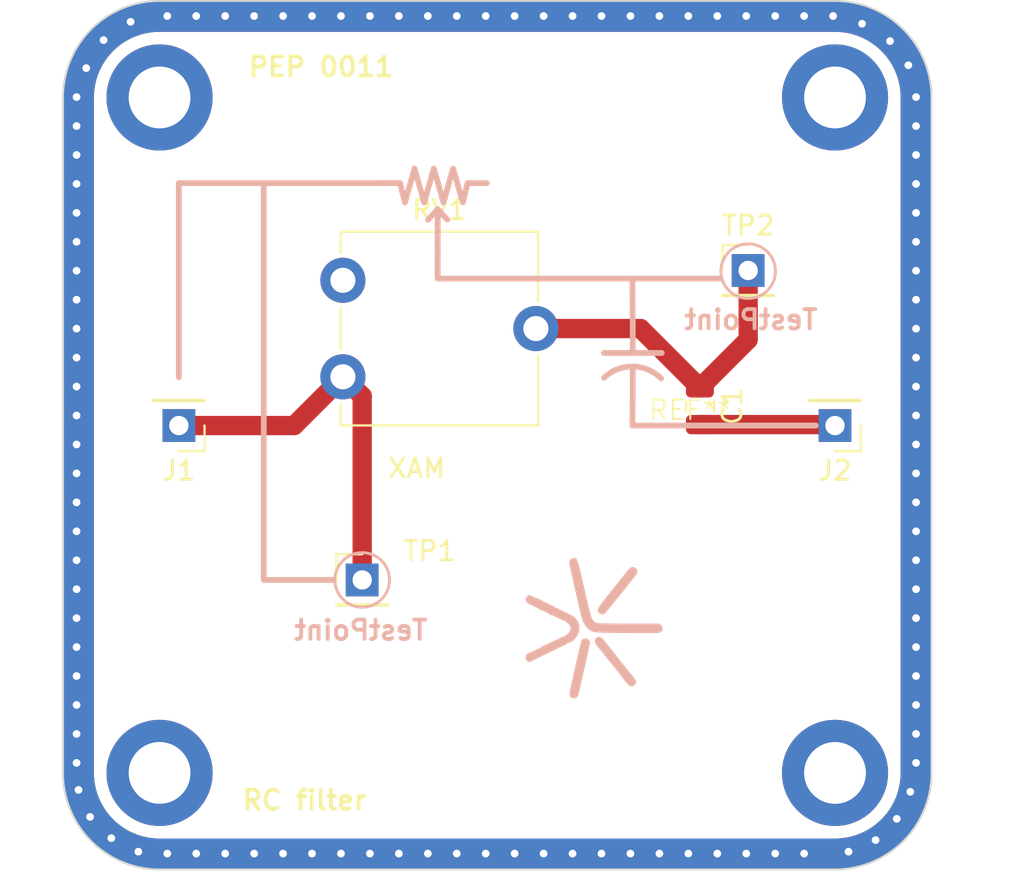
<source format=kicad_pcb>
(kicad_pcb (version 20241229) (generator "pcbnew") (generator_version "9.0")
  (layers (0 "F.Cu" signal) (2 "B.Cu" signal) (13 "F.Paste" user) (15 "B.Paste" user) (5 "F.SilkS" user "F.Silkscreen") (7 "B.SilkS" user "B.Silkscreen") (1 "F.Mask" user) (3 "B.Mask" user) (25 "Edge.Cuts" user))
  (net 0 "")
  (net 1 "Net-(C1-Pad1)")
  (net 3 "Resistor Side Connector")
  (net 4 "Capacitor Side Connector")
  (footprint "Connector_PinHeader_2.54mm:PinHeader_1x01_P2.54mm_Vertical" (layer "F.Cu") (at 115.5 130)
    (property "Reference" "TP1" (at 3.5 -1.5 0) (layer "F.SilkS"))
    (property "Value" "TestPoint")
    (fp_line (start -1.33 -1.33) (end 0 -1.33) (stroke (width 0.12)) (layer "F.SilkS"))
    (fp_line (start -1.33 0) (end -1.33 -1.33) (stroke (width 0.12)) (layer "F.SilkS"))
    (fp_line (start -1.33 1.27) (end -1.33 1.33) (stroke (width 0.12)) (layer "F.SilkS"))
    (fp_line (start -1.33 1.27) (end 1.33 1.27) (stroke (width 0.12)) (layer "F.SilkS"))
    (fp_line (start -1.33 1.33) (end 1.33 1.33) (stroke (width 0.12)) (layer "F.SilkS"))
    (fp_line (start 1.33 1.27) (end 1.33 1.33) (stroke (width 0.12)) (layer "F.SilkS"))
    (pad "1" thru_hole rect (at 0 0) (size 1.7 1.7) (drill 1) (layers "*.Cu" "*.Mask") (net 3 "Resistor Side Connector"))
  )
  (footprint "PEP_library:CP_silk_symbol" (layer "F.Cu") (at 129.5 118.7 90)
    (property "Reference" "REF**" (at -2.5 3 0) (layer "F.SilkS") (effects (font (thickness 0.1))))
    (property "Value" "CP_silk_symbol")
    (fp_line (start 0.46 -1.48) (end 0.46 1.52) (stroke (width 0.3)) (layer "B.SilkS"))
    (fp_line (start 0.56 0.02) (end 1.96 0.02) (stroke (width 0.3)) (layer "B.SilkS"))
    (fp_line (start -1.74 0.02) (end -0.24 0.02) (stroke (width 0.3)) (layer "B.SilkS"))
    (fp_arc (start -0.826408 -1.46833) (mid -0.239966 0.020001) (end -0.865297 1.492415) (stroke (width 0.3)) (layer "B.SilkS"))
  )
  (footprint "Connector_PinHeader_2.54mm:PinHeader_1x01_P2.54mm_Vertical" (layer "F.Cu") (at 140 122 180)
    (property "Reference" "J2" (at 0 -2.33 0) (layer "F.SilkS"))
    (property "Value" "Capacitor Side Connector")
    (fp_line (start 1.33 1.27) (end 1.33 1.33) (stroke (width 0.12)) (layer "F.SilkS"))
    (fp_line (start -1.33 1.33) (end 1.33 1.33) (stroke (width 0.12)) (layer "F.SilkS"))
    (fp_line (start -1.33 1.27) (end 1.33 1.27) (stroke (width 0.12)) (layer "F.SilkS"))
    (fp_line (start -1.33 1.27) (end -1.33 1.33) (stroke (width 0.12)) (layer "F.SilkS"))
    (fp_line (start -1.33 0) (end -1.33 -1.33) (stroke (width 0.12)) (layer "F.SilkS"))
    (fp_line (start -1.33 -1.33) (end 0 -1.33) (stroke (width 0.12)) (layer "F.SilkS"))
    (pad "1" thru_hole rect (at 0 0 180) (size 1.7 1.7) (drill 1) (layers "*.Cu" "*.Mask") (net 4 "Capacitor Side Connector"))
  )
  (footprint "MountingHole:MountingHole_3.2mm_M3_ISO14580_Pad_TopBottom" (layer "F.Cu") (at 140 105)
    (property "Reference" "H3" (hide yes))
    (property "Value" "MountingHole")
    (pad "1" thru_hole circle (at 0 0) (size 3.6 3.6) (drill 3.2) (layers "*.Cu" "*.Mask"))
    (pad "1" connect circle (at 0 0) (size 5.5 5.5) (layers "F.Cu" "F.Mask"))
    (pad "1" connect circle (at 0 0) (size 5.5 5.5) (layers "B.Cu" "B.Mask"))
  )
  (footprint "MountingHole:MountingHole_3.2mm_M3_ISO14580_Pad_TopBottom" (layer "F.Cu") (at 140 140)
    (property "Reference" "H4" (hide yes))
    (property "Value" "MountingHole")
    (pad "1" thru_hole circle (at 0 0) (size 3.6 3.6) (drill 3.2) (layers "*.Cu" "*.Mask"))
    (pad "1" connect circle (at 0 0) (size 5.5 5.5) (layers "F.Cu" "F.Mask"))
    (pad "1" connect circle (at 0 0) (size 5.5 5.5) (layers "B.Cu" "B.Mask"))
  )
  (footprint "Capacitor_SMD:C_0805_2012Metric" (layer "F.Cu") (at 133 121 -90)
    (property "Reference" "C1" (at 0 -1.68 90) (layer "F.SilkS"))
    (property "Value" "10nF")
    (fp_line (start -0.261252 0.735) (end 0.261252 0.735) (stroke (width 0.12)) (layer "F.SilkS"))
    (fp_line (start -0.261252 -0.735) (end 0.261252 -0.735) (stroke (width 0.12)) (layer "F.SilkS"))
    (pad "1" smd roundrect (at -0.95 0 270) (size 1 1.45) (layers "F.Cu" "F.Mask" "F.Paste") (net 1 "Net-(C1-Pad1)"))
    (pad "2" smd roundrect (at 0.95 0 270) (size 1 1.45) (layers "F.Cu" "F.Mask" "F.Paste") (net 4 "Capacitor Side Connector"))
  )
  (footprint "PEP_library:R_pot_silk_symbol" (layer "F.Cu") (at 124.2125 109.4375 -90)
    (property "Reference" "REF**" (hide yes))
    (property "Value" "R_pot_silk_symbol")
    (fp_line (start 0 7.75) (end 0 6.75) (stroke (width 0.3)) (layer "B.SilkS"))
    (fp_line (start 0 6.75) (end 1 6.5) (stroke (width 0.3)) (layer "B.SilkS"))
    (fp_line (start 1 6.5) (end -0.75 6) (stroke (width 0.3)) (layer "B.SilkS"))
    (fp_line (start -0.75 6) (end 1 5.5) (stroke (width 0.3)) (layer "B.SilkS"))
    (fp_line (start 1 5.5) (end -0.75 5) (stroke (width 0.3)) (layer "B.SilkS"))
    (fp_line (start -0.75 5) (end 1 4.5) (stroke (width 0.3)) (layer "B.SilkS"))
    (fp_line (start 1.35 4.8) (end 1.9 5.3) (stroke (width 0.3)) (layer "B.SilkS"))
    (fp_line (start 1.35 4.8) (end 3.65 4.8) (stroke (width 0.3)) (layer "B.SilkS"))
    (fp_line (start 1.35 4.8) (end 1.9 4.3) (stroke (width 0.3)) (layer "B.SilkS"))
    (fp_line (start 1 4.5) (end -0.75 4) (stroke (width 0.3)) (layer "B.SilkS"))
    (fp_line (start -0.75 4) (end 1 3.5) (stroke (width 0.3)) (layer "B.SilkS"))
    (fp_line (start 1 3.5) (end 0 3.25) (stroke (width 0.3)) (layer "B.SilkS"))
    (fp_line (start 0 3.25) (end 0 2.25) (stroke (width 0.3)) (layer "B.SilkS"))
  )
  (footprint "MountingHole:MountingHole_3.2mm_M3_ISO14580_Pad_TopBottom" (layer "F.Cu") (at 105 105)
    (property "Reference" "H2" (hide yes))
    (property "Value" "MountingHole")
    (pad "1" thru_hole circle (at 0 0) (size 3.6 3.6) (drill 3.2) (layers "*.Cu" "*.Mask"))
    (pad "1" connect circle (at 0 0) (size 5.5 5.5) (layers "F.Cu" "F.Mask"))
    (pad "1" connect circle (at 0 0) (size 5.5 5.5) (layers "B.Cu" "B.Mask"))
  )
  (footprint "Connector_PinHeader_2.54mm:PinHeader_1x01_P2.54mm_Vertical" (layer "F.Cu") (at 106 122 180)
    (property "Reference" "J1" (at 0 -2.33 0) (layer "F.SilkS"))
    (property "Value" "Resistor Side Connector")
    (fp_line (start 1.33 1.27) (end 1.33 1.33) (stroke (width 0.12)) (layer "F.SilkS"))
    (fp_line (start -1.33 1.33) (end 1.33 1.33) (stroke (width 0.12)) (layer "F.SilkS"))
    (fp_line (start -1.33 1.27) (end 1.33 1.27) (stroke (width 0.12)) (layer "F.SilkS"))
    (fp_line (start -1.33 1.27) (end -1.33 1.33) (stroke (width 0.12)) (layer "F.SilkS"))
    (fp_line (start -1.33 0) (end -1.33 -1.33) (stroke (width 0.12)) (layer "F.SilkS"))
    (fp_line (start -1.33 -1.33) (end 0 -1.33) (stroke (width 0.12)) (layer "F.SilkS"))
    (pad "1" thru_hole rect (at 0 0 180) (size 1.7 1.7) (drill 1) (layers "*.Cu" "*.Mask") (net 3 "Resistor Side Connector"))
  )
  (footprint "MountingHole:MountingHole_3.2mm_M3_ISO14580_Pad_TopBottom" (layer "F.Cu") (at 105 140 -90)
    (property "Reference" "H1" (hide yes))
    (property "Value" "MountingHole")
    (pad "1" thru_hole circle (at 0 0 270) (size 3.6 3.6) (drill 3.2) (layers "*.Cu" "*.Mask"))
    (pad "1" connect circle (at 0 0 270) (size 5.5 5.5) (layers "F.Cu" "F.Mask"))
    (pad "1" connect circle (at 0 0 270) (size 5.5 5.5) (layers "B.Cu" "B.Mask"))
  )
  (footprint "Connector_PinHeader_2.54mm:PinHeader_1x01_P2.54mm_Vertical" (layer "F.Cu") (at 135.5 113.964214)
    (property "Reference" "TP2" (at 0 -2.33 0) (layer "F.SilkS"))
    (property "Value" "TestPoint")
    (fp_line (start -1.33 -1.33) (end 0 -1.33) (stroke (width 0.12)) (layer "F.SilkS"))
    (fp_line (start -1.33 0) (end -1.33 -1.33) (stroke (width 0.12)) (layer "F.SilkS"))
    (fp_line (start -1.33 1.27) (end -1.33 1.33) (stroke (width 0.12)) (layer "F.SilkS"))
    (fp_line (start -1.33 1.27) (end 1.33 1.27) (stroke (width 0.12)) (layer "F.SilkS"))
    (fp_line (start -1.33 1.33) (end 1.33 1.33) (stroke (width 0.12)) (layer "F.SilkS"))
    (fp_line (start 1.33 1.27) (end 1.33 1.33) (stroke (width 0.12)) (layer "F.SilkS"))
    (pad "1" thru_hole rect (at 0 0) (size 1.7 1.7) (drill 1) (layers "*.Cu" "*.Mask") (net 1 "Net-(C1-Pad1)"))
  )
  (footprint "Potentiometer_THT:Potentiometer_ACP_CA9-V10_Vertical" (layer "F.Cu") (at 114.5 119.475)
    (property "Reference" "RV1" (at 5 -8.65 0) (layer "F.SilkS"))
    (property "Value" "22k")
    (fp_line (start -0.12 -7.521) (end -0.12 -6.426) (stroke (width 0.12)) (layer "F.SilkS"))
    (fp_line (start -0.12 -7.521) (end 10.12 -7.521) (stroke (width 0.12)) (layer "F.SilkS"))
    (fp_line (start -0.12 -3.574) (end -0.12 -1.425) (stroke (width 0.12)) (layer "F.SilkS"))
    (fp_line (start -0.12 1.425) (end -0.12 2.52) (stroke (width 0.12)) (layer "F.SilkS"))
    (fp_line (start -0.12 2.52) (end 10.12 2.52) (stroke (width 0.12)) (layer "F.SilkS"))
    (fp_line (start 10.12 -7.521) (end 10.12 -3.925) (stroke (width 0.12)) (layer "F.SilkS"))
    (fp_line (start 10.12 -1.075) (end 10.12 2.52) (stroke (width 0.12)) (layer "F.SilkS"))
    (pad "1" thru_hole circle (at 0 0) (size 2.34 2.34) (drill 1.3) (layers "*.Cu" "*.Mask") (net 3 "Resistor Side Connector"))
    (pad "2" thru_hole circle (at 10 -2.5) (size 2.34 2.34) (drill 1.3) (layers "*.Cu" "*.Mask") (net 1 "Net-(C1-Pad1)"))
    (pad "3" thru_hole circle (at 0 -5) (size 2.34 2.34) (drill 1.3) (layers "*.Cu" "*.Mask"))
  )
  (footprint "PEP_library:petnica_logo" (layer "B.Cu") (at 127.5 132.5 180)
    (property "Reference" "G***" (hide yes))
    (property "Value" "LOGO" (hide yes))
    (fp_poly (pts (xy -0.7916 1.944581) (xy -0.808809 1.927372) (xy -0.826017 1.944581) (xy -0.808809 1.961789)) (fill yes) (layer "B.SilkS"))
    (fp_poly (pts (xy 0.457849 -0.530391) (xy 0.501052 -0.53813) (xy 0.536956 -0.546417) (xy 0.567682 -0.561394) (xy 0.595352 -0.589202) (xy 0.622086 -0.63598) (xy 0.650003 -0.707871) (xy 0.681225 -0.811015) (xy 0.717873 -0.951553) (xy 0.762067 -1.135625) (xy 0.815927 -1.369373) (xy 0.881573 -1.658938) (xy 0.946194 -1.944579) (xy 1.010257 -2.227254) (xy 1.061796 -2.454405) (xy 1.103461 -2.637651) (xy 1.137903 -2.788607) (xy 1.167772 -2.918894) (xy 1.195717 -3.040127) (xy 1.222979 -3.157839) (xy 1.256522 -3.334547) (xy 1.260272 -3.45947) (xy 1.232487 -3.543682) (xy 1.171425 -3.598256) (xy 1.152186 -3.60792) (xy 1.019928 -3.645474) (xy 0.91457 -3.62276) (xy 0.867488 -3.586459) (xy 0.826892 -3.519934) (xy 0.786159 -3.412186) (xy 0.761752 -3.319725) (xy 0.727225 -3.162233) (xy 0.688384 -2.990036) (xy 0.669493 -2.908265) (xy 0.608284 -2.644954) (xy 0.544704 -2.36853) (xy 0.480888 -2.088544) (xy 0.41897 -1.814549) (xy 0.361088 -1.556099) (xy 0.309375 -1.322747) (xy 0.265967 -1.124044) (xy 0.233 -0.969543) (xy 0.21261 -0.868799) (xy 0.20851 -0.846039) (xy 0.195142 -0.739813) (xy 0.203776 -0.672939) (xy 0.24053 -0.61779) (xy 0.264635 -0.592668) (xy 0.341653 -0.534281) (xy 0.423716 -0.524864)) (fill yes) (layer "B.SilkS"))
    (fp_poly (pts (xy -1.957721 3.16096) (xy -1.90443 3.138059) (xy -1.844182 3.087802) (xy -1.764532 3.0003) (xy -1.680789 2.899662) (xy -1.573533 2.767345) (xy -1.470309 2.637791) (xy -1.387273 2.531362) (xy -1.359917 2.495258) (xy -1.286318 2.398415) (xy -1.219808 2.314111) (xy -1.198851 2.288754) (xy -1.160438 2.242109) (xy -1.086246 2.15074) (xy -0.983536 2.02364) (xy -0.859572 1.869802) (xy -0.721617 1.698219) (xy -0.673409 1.638175) (xy -0.513458 1.437148) (xy -0.393072 1.281164) (xy -0.307247 1.162811) (xy -0.250978 1.074676) (xy -0.219262 1.009345) (xy -0.207092 0.959405) (xy -0.206505 0.946558) (xy -0.234393 0.835576) (xy -0.305948 0.752387) (xy -0.403003 0.709036) (xy -0.507395 0.717568) (xy -0.53347 0.729756) (xy -0.596089 0.771996) (xy -0.621022 0.796418) (xy -0.651732 0.836694) (xy -0.718739 0.921277) (xy -0.814786 1.041168) (xy -0.932617 1.187369) (xy -1.064976 1.350883) (xy -1.204607 1.52271) (xy -1.344254 1.693854) (xy -1.376695 1.733496) (xy -1.490468 1.873517) (xy -1.598881 2.008829) (xy -1.688217 2.122208) (xy -1.737035 2.185953) (xy -1.811894 2.282929) (xy -1.881313 2.367244) (xy -1.903348 2.392006) (xy -2.005665 2.510983) (xy -2.103754 2.640722) (xy -2.187488 2.76598) (xy -2.246736 2.871516) (xy -2.271372 2.942087) (xy -2.271546 2.946094) (xy -2.240448 3.050192) (xy -2.158523 3.128133) (xy -2.042824 3.165187) (xy -2.016504 3.166396)) (fill yes) (layer "B.SilkS"))
    (fp_poly (pts (xy -0.161808 -0.474988) (xy -0.088789 -0.539883) (xy -0.052498 -0.633834) (xy -0.066572 -0.748098) (xy -0.083469 -0.786617) (xy -0.133873 -0.87246) (xy -0.180278 -0.934611) (xy -0.218187 -0.97885) (xy -0.28842 -1.064765) (xy -0.38085 -1.179843) (xy -0.482232 -1.307623) (xy -0.588308 -1.441804) (xy -0.683586 -1.561805) (xy -0.75727 -1.654059) (xy -0.797248 -1.703422) (xy -0.847822 -1.764958) (xy -0.924791 -1.859223) (xy -1.016572 -1.971959) (xy -1.111583 -2.08891) (xy -1.198243 -2.195818) (xy -1.264968 -2.278426) (xy -1.300177 -2.322478) (xy -1.300715 -2.32317) (xy -1.331787 -2.363811) (xy -1.394278 -2.445911) (xy -1.478006 -2.556088) (xy -1.541464 -2.639671) (xy -1.679792 -2.814669) (xy -1.790541 -2.934756) (xy -1.881467 -3.004093) (xy -1.960326 -3.02684) (xy -2.034873 -3.00716) (xy -2.112866 -2.949213) (xy -2.114894 -2.94734) (xy -2.175416 -2.869469) (xy -2.202598 -2.791448) (xy -2.202711 -2.787342) (xy -2.179765 -2.718892) (xy -2.115651 -2.611669) (xy -2.017456 -2.475988) (xy -1.892267 -2.322163) (xy -1.848326 -2.271544) (xy -1.803389 -2.217764) (xy -1.73289 -2.130526) (xy -1.667201 -2.047831) (xy -1.594106 -1.955869) (xy -1.538274 -1.887066) (xy -1.51381 -1.858536) (xy -1.47482 -1.814178) (xy -1.408896 -1.733329) (xy -1.3307 -1.634348) (xy -1.254889 -1.535592) (xy -1.239025 -1.51443) (xy -1.166038 -1.418526) (xy -1.06643 -1.2904) (xy -0.950093 -1.142479) (xy -0.826922 -0.987186) (xy -0.706807 -0.836947) (xy -0.599641 -0.704188) (xy -0.515317 -0.601332) (xy -0.46487 -0.542073) (xy -0.363485 -0.46734) (xy -0.257919 -0.447893)) (fill yes) (layer "B.SilkS"))
    (fp_poly (pts (xy 1.07484 3.634964) (xy 1.082859 3.633405) (xy 1.19871 3.582797) (xy 1.262491 3.490161) (xy 1.273441 3.416452) (xy 1.266032 3.356081) (xy 1.245581 3.242201) (xy 1.21475 3.088326) (xy 1.1762 2.907966) (xy 1.150984 2.794914) (xy 1.098475 2.56289) (xy 1.041063 2.308822) (xy 0.985014 2.060469) (xy 0.936596 1.845591) (xy 0.927894 1.806911) (xy 0.877791 1.584563) (xy 0.82026 1.329889) (xy 0.763166 1.077678) (xy 0.723366 0.902274) (xy 0.653271 0.622543) (xy 0.581955 0.401268) (xy 0.504916 0.228151) (xy 0.417648 0.092891) (xy 0.326704 -0.004931) (xy 0.267961 -0.058006) (xy 0.214143 -0.102457) (xy 0.158795 -0.139084) (xy 0.095467 -0.168687) (xy 0.017703 -0.192065) (xy -0.080949 -0.210018) (xy -0.206942 -0.223345) (xy -0.36673 -0.232847) (xy -0.566766 -0.239324) (xy -0.813503 -0.243574) (xy -1.113393 -0.246397) (xy -1.472892 -0.248594) (xy -1.64723 -0.249544) (xy -1.974275 -0.251087) (xy -2.283894 -0.252078) (xy -2.568502 -0.252527) (xy -2.820514 -0.252443) (xy -3.032346 -0.251836) (xy -3.196413 -0.250714) (xy -3.305131 -0.249087) (xy -3.34657 -0.247478) (xy -3.47042 -0.209842) (xy -3.549434 -0.131495) (xy -3.577747 -0.028404) (xy -3.549494 0.08346) (xy -3.494926 0.156443) (xy -3.410447 0.240922) (xy -1.798925 0.240922) (xy -1.420866 0.241104) (xy -1.105589 0.241789) (xy -0.84704 0.243184) (xy -0.639166 0.245498) (xy -0.475916 0.248939) (xy -0.351236 0.253715) (xy -0.259073 0.260033) (xy -0.193376 0.268103) (xy -0.14809 0.278131) (xy -0.117164 0.290325) (xy -0.102307 0.299229) (xy -0.05281 0.333804) (xy -0.009939 0.368145) (xy 0.028189 0.408023) (xy 0.063457 0.459207) (xy 0.097747 0.527469) (xy 0.132942 0.618578) (xy 0.170926 0.738305) (xy 0.21358 0.892418) (xy 0.262787 1.08669) (xy 0.32043 1.326889) (xy 0.388391 1.618786) (xy 0.468555 1.968151) (xy 0.53 2.237128) (xy 0.60978 2.585345) (xy 0.676703 2.87214) (xy 0.733038 3.103246) (xy 0.781053 3.284393) (xy 0.823019 3.421311) (xy 0.861204 3.519732) (xy 0.897877 3.585387) (xy 0.935308 3.624006) (xy 0.975766 3.641322) (xy 1.021521 3.643064)) (fill yes) (layer "B.SilkS"))
    (fp_poly (pts (xy 3.392646 1.703754) (xy 3.400952 1.69867) (xy 3.460294 1.642496) (xy 3.510568 1.571194) (xy 3.543259 1.497147) (xy 3.534496 1.435408) (xy 3.510568 1.388699) (xy 3.456817 1.3146) (xy 3.407316 1.272649) (xy 3.352753 1.246859) (xy 3.254931 1.200986) (xy 3.132992 1.144001) (xy 3.106363 1.131579) (xy 2.990104 1.074812) (xy 2.902715 1.027282) (xy 2.859148 0.997279) (xy 2.856838 0.99323) (xy 2.827454 0.96987) (xy 2.763403 0.947748) (xy 2.674621 0.918151) (xy 2.566871 0.872269) (xy 2.458549 0.819375) (xy 2.368051 0.76874) (xy 2.313771 0.729636) (xy 2.305961 0.71718) (xy 2.277242 0.693335) (xy 2.24062 0.688347) (xy 2.184111 0.673147) (xy 2.082839 0.632077) (xy 1.952629 0.571938) (xy 1.847418 0.519399) (xy 1.71248 0.451916) (xy 1.60147 0.400263) (xy 1.527569 0.370331) (xy 1.504053 0.365956) (xy 1.473248 0.352579) (xy 1.409189 0.30206) (xy 1.343408 0.24201) (xy 1.261416 0.158574) (xy 1.220408 0.095999) (xy 1.209438 0.029965) (xy 1.215089 -0.043062) (xy 1.24104 -0.153438) (xy 1.300396 -0.242596) (xy 1.361662 -0.300846) (xy 1.444125 -0.365974) (xy 1.509069 -0.406438) (xy 1.529472 -0.413008) (xy 1.571276 -0.427571) (xy 1.664102 -0.468018) (xy 1.797388 -0.529485) (xy 1.96057 -0.607109) (xy 2.127482 -0.688346) (xy 2.308387 -0.776444) (xy 2.468647 -0.852869) (xy 2.597816 -0.91277) (xy 2.685446 -0.951293) (xy 2.72041 -0.963685) (xy 2.752671 -0.986658) (xy 2.753387 -0.992655) (xy 2.783088 -1.019475) (xy 2.857532 -1.051952) (xy 2.891056 -1.062871) (xy 2.976279 -1.095542) (xy 3.024605 -1.127907) (xy 3.028725 -1.137153) (xy 3.057155 -1.165236) (xy 3.088956 -1.170318) (xy 3.157057 -1.187655) (xy 3.246539 -1.23012) (xy 3.261874 -1.239152) (xy 3.34877 -1.284322) (xy 3.417802 -1.307173) (xy 3.426208 -1.307859) (xy 3.474661 -1.336726) (xy 3.512841 -1.399881) (xy 3.53496 -1.524188) (xy 3.510719 -1.632082) (xy 3.450734 -1.711362) (xy 3.365618 -1.749828) (xy 3.265985 -1.73528) (xy 3.235229 -1.718991) (xy 3.189287 -1.694728) (xy 3.091547 -1.646035) (xy 2.952399 -1.577989) (xy 2.782235 -1.495666) (xy 2.591447 -1.404144) (xy 2.564091 -1.391082) (xy 2.37128 -1.298719) (xy 2.197659 -1.214902) (xy 2.053617 -1.144699) (xy 1.949545 -1.093177) (xy 1.895832 -1.065404) (xy 1.892953 -1.063719) (xy 1.823708 -1.02536) (xy 1.726123 -0.979592) (xy 1.583392 -0.918603) (xy 1.557384 -0.907798) (xy 1.470411 -0.866537) (xy 1.418023 -0.831608) (xy 1.41111 -0.820719) (xy 1.381271 -0.796145) (xy 1.306685 -0.766829) (xy 1.275922 -0.757849) (xy 1.114116 -0.681841) (xy 0.967036 -0.552873) (xy 0.849347 -0.386819) (xy 0.781823 -0.222934) (xy 0.752502 -0.077924) (xy 0.743503 0.06168) (xy 0.754273 0.177339) (xy 0.784261 0.250515) (xy 0.796237 0.260998) (xy 0.821187 0.306867) (xy 0.826015 0.346205) (xy 0.839833 0.401035) (xy 0.858113 0.413009) (xy 0.894292 0.441099) (xy 0.909651 0.473239) (xy 0.95078 0.52995) (xy 1.026613 0.591122) (xy 1.041035 0.600103) (xy 1.142368 0.65735) (xy 1.275062 0.72802) (xy 1.42585 0.805559) (xy 1.581463 0.883413) (xy 1.728635 0.955028) (xy 1.854098 1.01385) (xy 1.944583 1.053326) (xy 1.986091 1.066938) (xy 2.02717 1.085809) (xy 2.030622 1.097624) (xy 2.059985 1.127119) (xy 2.12527 1.151932) (xy 2.215075 1.184429) (xy 2.271544 1.217277) (xy 2.327834 1.252047) (xy 2.426092 1.303327) (xy 2.545196 1.360101) (xy 2.546882 1.360869) (xy 2.658614 1.414438) (xy 2.742454 1.459696) (xy 2.781424 1.487427) (xy 2.782068 1.488551) (xy 2.821703 1.512586) (xy 2.839046 1.514364) (xy 2.895223 1.528775) (xy 2.98563 1.565302) (xy 3.034077 1.588085) (xy 3.173809 1.656292) (xy 3.265765 1.697813) (xy 3.323712 1.716797) (xy 3.361417 1.717394)) (fill yes) (layer "B.SilkS"))
  )
  (gr_line (start 144.2 140) (end 144.2 105) (stroke (width 1.6)) (layer "F.Cu") (net 2))
  (gr_arc (start 140 100.8) (mid 142.969848 102.030152) (end 144.2 105) (stroke (width 1.6)) (layer "F.Cu") (net 2))
  (gr_line (start 100.8 105) (end 100.8 140) (stroke (width 1.6)) (layer "F.Cu") (net 2))
  (gr_line (start 105 100.8) (end 140 100.8) (stroke (width 1.6)) (layer "F.Cu") (net 2))
  (gr_arc (start 100.8 105) (mid 102.030152 102.030152) (end 105 100.8) (stroke (width 1.6)) (layer "F.Cu") (net 2))
  (gr_arc (start 105 144.2) (mid 102.030152 142.969848) (end 100.8 140) (stroke (width 1.6)) (layer "F.Cu") (net 2))
  (gr_line (start 105 144.2) (end 140 144.2) (stroke (width 1.6)) (layer "F.Cu") (net 2))
  (gr_arc (start 144.2 140) (mid 142.969848 142.969848) (end 140 144.2) (stroke (width 1.6)) (layer "F.Cu") (net 2))
  (gr_arc (start 105 144.2) (mid 102.030154 142.969848) (end 100.8 140) (stroke (width 1.6)) (layer "B.Cu") (net 2))
  (gr_line (start 105 144.2) (end 140 144.2) (stroke (width 1.6)) (layer "B.Cu") (net 2))
  (gr_line (start 105 100.8) (end 140 100.8) (stroke (width 1.6)) (layer "B.Cu") (net 2))
  (gr_arc (start 100.8 105) (mid 102.030152 102.030152) (end 105 100.8) (stroke (width 1.6)) (layer "B.Cu") (net 2))
  (gr_arc (start 140 100.8) (mid 142.96985 102.030151) (end 144.2 105) (stroke (width 1.6)) (layer "B.Cu") (net 2))
  (gr_line (start 144.2 140) (end 144.2 105) (stroke (width 1.6)) (layer "B.Cu") (net 2))
  (gr_line (start 100.8 105) (end 100.8 140) (stroke (width 1.6)) (layer "B.Cu") (net 2))
  (gr_arc (start 144.2 140) (mid 142.969849 142.969849) (end 140 144.2) (stroke (width 1.6)) (layer "B.Cu") (net 2))
  (gr_line (start 106 109.4375) (end 106 119.5) (stroke (width 0.3)) (layer "B.SilkS"))
  (gr_line (start 129.52 122) (end 139 122) (stroke (width 0.3)) (layer "B.SilkS"))
  (gr_line (start 129.45 114.3875) (end 134.05 114.3875) (stroke (width 0.3)) (layer "B.SilkS"))
  (gr_line (start 116.75 109.4375) (end 106 109.4375) (stroke (width 0.3)) (layer "B.SilkS"))
  (gr_circle (center 115.5 130) (end 116.914214 130) (stroke (width 0.15)) (fill no) (layer "B.SilkS"))
  (gr_line (start 119.4125 114.3875) (end 119.4125 112.9625) (stroke (width 0.3)) (layer "B.SilkS"))
  (gr_line (start 129.52 120.44) (end 129.5 122) (stroke (width 0.3)) (layer "B.SilkS"))
  (gr_line (start 110.4 109.5) (end 110.4 130) (stroke (width 0.3)) (layer "B.SilkS"))
  (gr_line (start 110.4 130) (end 114 130) (stroke (width 0.3)) (layer "B.SilkS"))
  (gr_circle (center 135.5 114) (end 136.914214 114) (stroke (width 0.15)) (fill no) (layer "B.SilkS"))
  (gr_line (start 129.5 114.3875) (end 129.52 116.74) (stroke (width 0.3)) (layer "B.SilkS"))
  (gr_line (start 119.4125 114.3875) (end 129.5 114.3875) (stroke (width 0.3)) (layer "B.SilkS"))
  (gr_arc (start 140 100) (mid 143.535534 101.464466) (end 145 105) (stroke (width 0.1)) (layer "Edge.Cuts"))
  (gr_line (start 100 105) (end 100 140) (stroke (width 0.1)) (layer "Edge.Cuts"))
  (gr_line (start 145 140) (end 145 105) (stroke (width 0.1)) (layer "Edge.Cuts"))
  (gr_arc (start 145 140) (mid 143.535534 143.535534) (end 140 145) (stroke (width 0.1)) (layer "Edge.Cuts"))
  (gr_arc (start 105 145) (mid 101.464466 143.535534) (end 100 140) (stroke (width 0.1)) (layer "Edge.Cuts"))
  (gr_line (start 105 100) (end 140 100) (stroke (width 0.1)) (layer "Edge.Cuts"))
  (gr_line (start 140 145) (end 105 145) (stroke (width 0.1)) (layer "Edge.Cuts"))
  (gr_arc (start 100 105) (mid 101.464466 101.464466) (end 105 100) (stroke (width 0.1)) (layer "Edge.Cuts"))
  (gr_text "RC filter" (at 112.5 142 0) (layer "F.SilkS") (effects (font (size 1 1) (thickness 0.2) (bold yes)) (justify bottom)))
  (gr_text "MAX" (at 119.9 124.8 0) (layer "F.SilkS") (effects (font (size 1 1)) (justify left bottom mirror)))
  (gr_text "PEP 0011\n" (at 109.5 104 0) (layer "F.SilkS") (effects (font (size 1 1) (thickness 0.2) (bold yes)) (justify left bottom)))
  (gr_text "TestPoint" (at 139.2 117.1 0) (layer "B.SilkS") (effects (font (size 1 1) (thickness 0.2) (bold yes)) (justify left bottom mirror)))
  (gr_text "TestPoint" (at 111.871428 133.19 0) (layer "B.SilkS") (effects (font (size 1 1) (thickness 0.2) (bold yes)) (justify right bottom mirror)))
  (via (at 144.2 131.980152) (size 0.8) (drill 0.4) (layers "F.Cu" "B.Cu") (net 0))
  (via (at 120.4 144.180152) (size 0.8) (drill 0.4) (layers "F.Cu" "B.Cu") (net 0))
  (via (at 126.4 144.180152) (size 0.8) (drill 0.4) (layers "F.Cu" "B.Cu") (net 0))
  (via (at 144.2 134.980152) (size 0.8) (drill 0.4) (layers "F.Cu" "B.Cu") (net 0))
  (via (at 115.9 144.180152) (size 0.8) (drill 0.4) (layers "F.Cu" "B.Cu") (net 0))
  (via (at 108.4 100.780152) (size 0.8) (drill 0.4) (layers "F.Cu" "B.Cu") (net 0))
  (via (at 100.7 124.480152) (size 0.8) (drill 0.4) (layers "F.Cu" "B.Cu") (net 0))
  (via (at 115.9 100.780152) (size 0.8) (drill 0.4) (layers "F.Cu" "B.Cu") (net 0))
  (via (at 111.4 144.180152) (size 0.8) (drill 0.4) (layers "F.Cu" "B.Cu") (net 0))
  (via (at 144.2 107.980152) (size 0.8) (drill 0.4) (layers "F.Cu" "B.Cu") (net 0))
  (via (at 144.2 130.480152) (size 0.8) (drill 0.4) (layers "F.Cu" "B.Cu") (net 0))
  (via (at 144.2 118.480152) (size 0.8) (drill 0.4) (layers "F.Cu" "B.Cu") (net 0))
  (via (at 117.4 144.180152) (size 0.8) (drill 0.4) (layers "F.Cu" "B.Cu") (net 0))
  (via (at 102.1 102.030152) (size 0.8) (drill 0.4) (layers "F.Cu" "B.Cu") (net 0))
  (via (at 144.2 128.980152) (size 0.8) (drill 0.4) (layers "F.Cu" "B.Cu") (net 0))
  (via (at 108.4 144.180152) (size 0.8) (drill 0.4) (layers "F.Cu" "B.Cu") (net 0))
  (via (at 126.4 100.780152) (size 0.8) (drill 0.4) (layers "F.Cu" "B.Cu") (net 0))
  (via (at 114.4 144.180152) (size 0.8) (drill 0.4) (layers "F.Cu" "B.Cu") (net 0))
  (via (at 100.7 113.980152) (size 0.8) (drill 0.4) (layers "F.Cu" "B.Cu") (net 0))
  (via (at 100.7 106.480152) (size 0.8) (drill 0.4) (layers "F.Cu" "B.Cu") (net 0))
  (via (at 100.8 140.880152) (size 0.8) (drill 0.4) (layers "F.Cu" "B.Cu") (net 0))
  (via (at 106.9 100.780152) (size 0.8) (drill 0.4) (layers "F.Cu" "B.Cu") (net 0))
  (via (at 123.4 144.180152) (size 0.8) (drill 0.4) (layers "F.Cu" "B.Cu") (net 0))
  (via (at 143.8 103.330152) (size 0.8) (drill 0.4) (layers "F.Cu" "B.Cu") (net 0))
  (via (at 105.4 100.780152) (size 0.8) (drill 0.4) (layers "F.Cu" "B.Cu") (net 0))
  (via (at 100.7 127.480152) (size 0.8) (drill 0.4) (layers "F.Cu" "B.Cu") (net 0))
  (via (at 144.2 136.480152) (size 0.8) (drill 0.4) (layers "F.Cu" "B.Cu") (net 0))
  (via (at 144.2 124.480152) (size 0.8) (drill 0.4) (layers "F.Cu" "B.Cu") (net 0))
  (via (at 132.4 144.180152) (size 0.8) (drill 0.4) (layers "F.Cu" "B.Cu") (net 0))
  (via (at 118.9 144.180152) (size 0.8) (drill 0.4) (layers "F.Cu" "B.Cu") (net 0))
  (via (at 100.7 110.980152) (size 0.8) (drill 0.4) (layers "F.Cu" "B.Cu") (net 0))
  (via (at 102.5 143.380152) (size 0.8) (drill 0.4) (layers "F.Cu" "B.Cu") (net 0))
  (via (at 103.5 101.080152) (size 0.8) (drill 0.4) (layers "F.Cu" "B.Cu") (net 0))
  (via (at 100.7 139.480152) (size 0.8) (drill 0.4) (layers "F.Cu" "B.Cu") (net 0))
  (via (at 144.2 113.980152) (size 0.8) (drill 0.4) (layers "F.Cu" "B.Cu") (net 0))
  (via (at 144.2 119.980152) (size 0.8) (drill 0.4) (layers "F.Cu" "B.Cu") (net 0))
  (via (at 100.7 107.980152) (size 0.8) (drill 0.4) (layers "F.Cu" "B.Cu") (net 0))
  (via (at 120.4 100.780152) (size 0.8) (drill 0.4) (layers "F.Cu" "B.Cu") (net 0))
  (via (at 144.2 109.480152) (size 0.8) (drill 0.4) (layers "F.Cu" "B.Cu") (net 0))
  (via (at 144.2 122.980152) (size 0.8) (drill 0.4) (layers "F.Cu" "B.Cu") (net 0))
  (via (at 121.9 100.780152) (size 0.8) (drill 0.4) (layers "F.Cu" "B.Cu") (net 0))
  (via (at 109.9 144.180152) (size 0.8) (drill 0.4) (layers "F.Cu" "B.Cu") (net 0))
  (via (at 127.9 144.180152) (size 0.8) (drill 0.4) (layers "F.Cu" "B.Cu") (net 0))
  (via (at 144.2 139.480152) (size 0.8) (drill 0.4) (layers "F.Cu" "B.Cu") (net 0))
  (via (at 141.4 101.180152) (size 0.8) (drill 0.4) (layers "F.Cu" "B.Cu") (net 0))
  (via (at 118.9 100.780152) (size 0.8) (drill 0.4) (layers "F.Cu" "B.Cu") (net 0))
  (via (at 144.2 106.480152) (size 0.8) (drill 0.4) (layers "F.Cu" "B.Cu") (net 0))
  (via (at 100.7 137.980152) (size 0.8) (drill 0.4) (layers "F.Cu" "B.Cu") (net 0))
  (via (at 100.7 121.480152) (size 0.8) (drill 0.4) (layers "F.Cu" "B.Cu") (net 0))
  (via (at 117.4 100.780152) (size 0.8) (drill 0.4) (layers "F.Cu" "B.Cu") (net 0))
  (via (at 100.7 134.980152) (size 0.8) (drill 0.4) (layers "F.Cu" "B.Cu") (net 0))
  (via (at 111.4 100.780152) (size 0.8) (drill 0.4) (layers "F.Cu" "B.Cu") (net 0))
  (via (at 100.7 119.980152) (size 0.8) (drill 0.4) (layers "F.Cu" "B.Cu") (net 0))
  (via (at 138.4 144.180152) (size 0.8) (drill 0.4) (layers "F.Cu" "B.Cu") (net 0))
  (via (at 144.2 115.480152) (size 0.8) (drill 0.4) (layers "F.Cu" "B.Cu") (net 0))
  (via (at 100.7 112.480152) (size 0.8) (drill 0.4) (layers "F.Cu" "B.Cu") (net 0))
  (via (at 121.9 144.180152) (size 0.8) (drill 0.4) (layers "F.Cu" "B.Cu") (net 0))
  (via (at 100.7 104.980152) (size 0.8) (drill 0.4) (layers "F.Cu" "B.Cu") (net 0))
  (via (at 124.9 100.780152) (size 0.8) (drill 0.4) (layers "F.Cu" "B.Cu") (net 0))
  (via (at 136.9 100.780152) (size 0.8) (drill 0.4) (layers "F.Cu" "B.Cu") (net 0))
  (via (at 142.85 102.080152) (size 0.8) (drill 0.4) (layers "F.Cu" "B.Cu") (net 0))
  (via (at 129.4 144.180152) (size 0.8) (drill 0.4) (layers "F.Cu" "B.Cu") (net 0))
  (via (at 101.4 142.280152) (size 0.8) (drill 0.4) (layers "F.Cu" "B.Cu") (net 0))
  (via (at 100.7 125.980152) (size 0.8) (drill 0.4) (layers "F.Cu" "B.Cu") (net 0))
  (via (at 100.7 118.480152) (size 0.8) (drill 0.4) (layers "F.Cu" "B.Cu") (net 0))
  (via (at 100.7 131.980152) (size 0.8) (drill 0.4) (layers "F.Cu" "B.Cu") (net 0))
  (via (at 144.2 137.980152) (size 0.8) (drill 0.4) (layers "F.Cu" "B.Cu") (net 0))
  (via (at 130.9 100.780152) (size 0.8) (drill 0.4) (layers "F.Cu" "B.Cu") (net 0))
  (via (at 142.1 143.480152) (size 0.8) (drill 0.4) (layers "F.Cu" "B.Cu") (net 0))
  (via (at 144.2 133.480152) (size 0.8) (drill 0.4) (layers "F.Cu" "B.Cu") (net 0))
  (via (at 140.7 144.080152) (size 0.8) (drill 0.4) (layers "F.Cu" "B.Cu") (net 0))
  (via (at 138.4 100.780152) (size 0.8) (drill 0.4) (layers "F.Cu" "B.Cu") (net 0))
  (via (at 133.9 144.180152) (size 0.8) (drill 0.4) (layers "F.Cu" "B.Cu") (net 0))
  (via (at 112.9 100.780152) (size 0.8) (drill 0.4) (layers "F.Cu" "B.Cu") (net 0))
  (via (at 144.2 127.480152) (size 0.8) (drill 0.4) (layers "F.Cu" "B.Cu") (net 0))
  (via (at 100.7 136.480152) (size 0.8) (drill 0.4) (layers "F.Cu" "B.Cu") (net 0))
  (via (at 100.7 115.480152) (size 0.8) (drill 0.4) (layers "F.Cu" "B.Cu") (net 0))
  (via (at 103.9 144.080152) (size 0.8) (drill 0.4) (layers "F.Cu" "B.Cu") (net 0))
  (via (at 135.4 100.780152) (size 0.8) (drill 0.4) (layers "F.Cu" "B.Cu") (net 0))
  (via (at 100.7 133.480152) (size 0.8) (drill 0.4) (layers "F.Cu" "B.Cu") (net 0))
  (via (at 123.4 100.780152) (size 0.8) (drill 0.4) (layers "F.Cu" "B.Cu") (net 0))
  (via (at 144.2 112.480152) (size 0.8) (drill 0.4) (layers "F.Cu" "B.Cu") (net 0))
  (via (at 100.7 109.480152) (size 0.8) (drill 0.4) (layers "F.Cu" "B.Cu") (net 0))
  (via (at 144.2 104.980152) (size 0.8) (drill 0.4) (layers "F.Cu" "B.Cu") (net 0))
  (via (at 144.2 110.980152) (size 0.8) (drill 0.4) (layers "F.Cu" "B.Cu") (net 0))
  (via (at 112.9 144.180152) (size 0.8) (drill 0.4) (layers "F.Cu" "B.Cu") (net 0))
  (via (at 114.4 100.780152) (size 0.8) (drill 0.4) (layers "F.Cu" "B.Cu") (net 0))
  (via (at 143.9 140.980152) (size 0.8) (drill 0.4) (layers "F.Cu" "B.Cu") (net 0))
  (via (at 132.4 100.780152) (size 0.8) (drill 0.4) (layers "F.Cu" "B.Cu") (net 0))
  (via (at 106.9 144.180152) (size 0.8) (drill 0.4) (layers "F.Cu" "B.Cu") (net 0))
  (via (at 101.2 103.480152) (size 0.8) (drill 0.4) (layers "F.Cu" "B.Cu") (net 0))
  (via (at 144.2 116.980152) (size 0.8) (drill 0.4) (layers "F.Cu" "B.Cu") (net 0))
  (via (at 130.9 144.180152) (size 0.8) (drill 0.4) (layers "F.Cu" "B.Cu") (net 0))
  (via (at 127.9 100.780152) (size 0.8) (drill 0.4) (layers "F.Cu" "B.Cu") (net 0))
  (via (at 100.7 130.480152) (size 0.8) (drill 0.4) (layers "F.Cu" "B.Cu") (net 0))
  (via (at 133.9 100.780152) (size 0.8) (drill 0.4) (layers "F.Cu" "B.Cu") (net 0))
  (via (at 135.4 144.180152) (size 0.8) (drill 0.4) (layers "F.Cu" "B.Cu") (net 0))
  (via (at 100.7 122.980152) (size 0.8) (drill 0.4) (layers "F.Cu" "B.Cu") (net 0))
  (via (at 109.9 100.780152) (size 0.8) (drill 0.4) (layers "F.Cu" "B.Cu") (net 0))
  (via (at 124.9 144.180152) (size 0.8) (drill 0.4) (layers "F.Cu" "B.Cu") (net 0))
  (via (at 100.7 128.980152) (size 0.8) (drill 0.4) (layers "F.Cu" "B.Cu") (net 0))
  (via (at 139.9 100.780152) (size 0.8) (drill 0.4) (layers "F.Cu" "B.Cu") (net 0))
  (via (at 144.2 121.480152) (size 0.8) (drill 0.4) (layers "F.Cu" "B.Cu") (net 0))
  (via (at 105.4 144.180152) (size 0.8) (drill 0.4) (layers "F.Cu" "B.Cu") (net 0))
  (via (at 143.2 142.380152) (size 0.8) (drill 0.4) (layers "F.Cu" "B.Cu") (net 0))
  (via (at 136.9 144.180152) (size 0.8) (drill 0.4) (layers "F.Cu" "B.Cu") (net 0))
  (via (at 144.2 125.980152) (size 0.8) (drill 0.4) (layers "F.Cu" "B.Cu") (net 0))
  (via (at 129.4 100.780152) (size 0.8) (drill 0.4) (layers "F.Cu" "B.Cu") (net 0))
  (via (at 100.7 116.980152) (size 0.8) (drill 0.4) (layers "F.Cu" "B.Cu") (net 0))
  (segment (start 135.5 117.55) (end 133 120.05) (width 1) (layer "F.Cu") (net 1))
  (segment (start 124.5 116.975) (end 129.925 116.975) (width 1) (layer "F.Cu") (net 1))
  (segment (start 129.925 116.975) (end 133 120.05) (width 1) (layer "F.Cu") (net 1))
  (segment (start 135.5 113.964214) (end 135.5 117.55) (width 1) (layer "F.Cu") (net 1))
  (segment (start 115.5 120.475) (end 114.5 119.475) (width 1) (layer "F.Cu") (net 3))
  (segment (start 106 122) (end 111.975 122) (width 1) (layer "F.Cu") (net 3))
  (segment (start 111.975 122) (end 114.5 119.475) (width 1) (layer "F.Cu") (net 3))
  (segment (start 115.5 130) (end 115.5 120.475) (width 1) (layer "F.Cu") (net 3))
  (segment (start 133 121.95) (end 139.95 121.95) (width 1) (layer "F.Cu") (net 4))
  (segment (start 139.95 121.95) (end 140 122) (width 0.25) (layer "F.Cu") (net 4))
)
</source>
